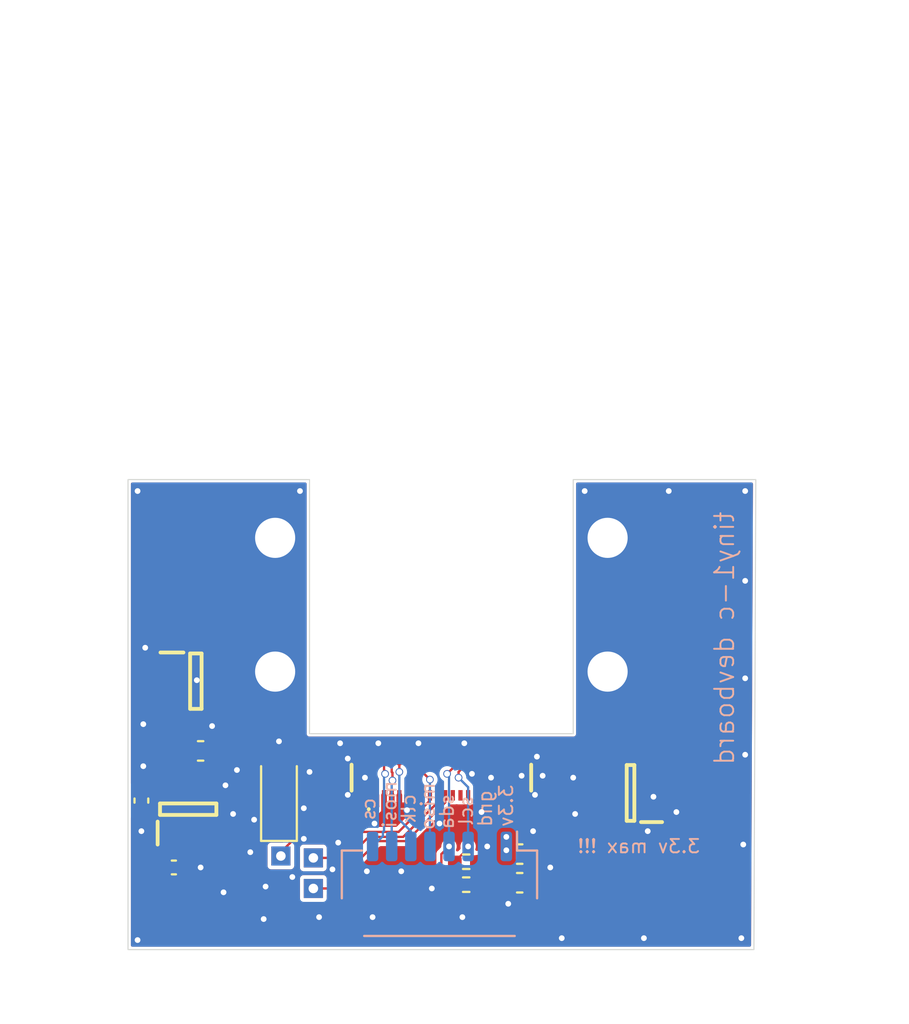
<source format=kicad_pcb>
(kicad_pcb (version 20241229) (generator "pcbnew") (generator_version "9.0")
  (layers (0 "F.Cu" signal) (2 "B.Cu" signal) (13 "F.Paste" user) (15 "B.Paste" user) (5 "F.SilkS" user "F.Silkscreen") (7 "B.SilkS" user "B.Silkscreen") (1 "F.Mask" user) (3 "B.Mask" user) (25 "Edge.Cuts" user))
  (net 0 "")
  (net 4 "GND")
  (net 9 "+5V")
  (net 11 "+3.3V")
  (net 12 "Net-(IC1-C+)")
  (net 13 "Net-(IC1-C-)")
  (net 14 "Net-(IC1-VOUT)")
  (net 15 "NRST")
  (net 16 "I2C_SDA")
  (net 17 "DAT11")
  (net 18 "SPI_CLK{slash}DAT15")
  (net 19 "RX0")
  (net 20 "PIXCLK")
  (net 21 "GPIO3")
  (net 22 "DAT8")
  (net 23 "TXO")
  (net 24 "DAT10")
  (net 25 "SPI_CS{slash}DAT14")
  (net 26 "GPIO1")
  (net 27 "I2C_SCL")
  (net 28 "SPI_MISO{slash}DAT12")
  (net 29 "HSYNC")
  (net 30 "GPIO2")
  (net 31 "VSYNC")
  (net 32 "SPI_MOSI{slash}DAT13")
  (net 33 "DAT9")
  (footprint "LP2981:SOT95P280X145-5N" (layer "F.Cu") (at 137.15 94.95)
    (property "Reference" "IC2" (hide yes))
    (property "Value" "LP2981-50DBVR" (hide yes))
    (fp_line (start -1.85 -1.5) (end -0.65 -1.5) (stroke (width 0.2)) (layer "F.SilkS"))
    (fp_line (start -0.3 -1.45) (end 0.3 -1.45) (stroke (width 0.2)) (layer "F.SilkS"))
    (fp_line (start -0.3 1.45) (end -0.3 -1.45) (stroke (width 0.2)) (layer "F.SilkS"))
    (fp_line (start 0.3 -1.45) (end 0.3 1.45) (stroke (width 0.2)) (layer "F.SilkS"))
    (fp_line (start 0.3 1.45) (end -0.3 1.45) (stroke (width 0.2)) (layer "F.SilkS"))
    (pad "1" smd rect (at -1.25 -0.95 90) (size 0.6 1.2) (layers "F.Cu" "F.Mask" "F.Paste") (net 14 "Net-(IC1-VOUT)"))
    (pad "2" smd rect (at -1.25 0 90) (size 0.6 1.2) (layers "F.Cu" "F.Mask" "F.Paste") (net 4 "GND"))
    (pad "3" smd rect (at -1.25 0.95 90) (size 0.6 1.2) (layers "F.Cu" "F.Mask" "F.Paste") (net 14 "Net-(IC1-VOUT)"))
    (pad "4" smd rect (at 1.25 0.95 90) (size 0.6 1.2) (layers "F.Cu" "F.Mask" "F.Paste"))
    (pad "5" smd rect (at 1.25 -0.95 90) (size 0.6 1.2) (layers "F.Cu" "F.Mask" "F.Paste") (net 9 "+5V"))
  )
  (footprint "breakout:1mmx1mm" (layer "F.Cu") (at 141.6 104.1)
    (property "Reference" "REF**" (hide yes))
    (property "Value" "1mmx1mm" (hide yes))
    (pad "1" thru_hole rect (at 0 0) (size 1 1) (drill 0.5) (layers "*.Cu" "*.Mask") (net 21 "GPIO3"))
  )
  (footprint "Resistor_SMD:R_0402_1005Metric_Pad0.72x0.64mm_HandSolder" (layer "F.Cu") (at 151.3 105.6 180)
    (property "Reference" "R2" (hide yes))
    (property "Value" "10k" (hide yes))
    (fp_line (start -0.167621 0.38) (end 0.167621 0.38) (stroke (width 0.12)) (layer "F.SilkS"))
    (fp_line (start -0.167621 -0.38) (end 0.167621 -0.38) (stroke (width 0.12)) (layer "F.SilkS"))
    (pad "1" smd roundrect (at -0.5975 0 180) (size 0.715 0.64) (layers "F.Cu" "F.Mask" "F.Paste") (net 11 "+3.3V"))
    (pad "2" smd roundrect (at 0.5975 0 180) (size 0.715 0.64) (layers "F.Cu" "F.Mask" "F.Paste") (net 16 "I2C_SDA"))
  )
  (footprint "" (layer "F.Cu") (at 158.7 94.45)
    (property "Reference" "" (at 0 0 0) (layer "F.SilkS") (effects (font (size 1.27 1.27))))
    (property "Value" "")
    (pad "1" thru_hole circle (at 0 0) (size 3 3) (drill 2.1) (layers "*.Cu" "*.Mask") (net 4 "GND"))
  )
  (footprint "" (layer "F.Cu") (at 141.3 94.45)
    (property "Reference" "" (at 0 0 0) (layer "F.SilkS") (effects (font (size 1.27 1.27))))
    (property "Value" "")
    (pad "1" thru_hole circle (at 0 0) (size 3 3) (drill 2.1) (layers "*.Cu" "*.Mask") (net 4 "GND"))
  )
  (footprint "Capacitor_SMD:C_0402_1005Metric" (layer "F.Cu") (at 136 104.7)
    (property "Reference" "C3" (hide yes))
    (property "Value" "4.7uF" (hide yes))
    (fp_line (start -0.107836 -0.36) (end 0.107836 -0.36) (stroke (width 0.12)) (layer "F.SilkS"))
    (fp_line (start -0.107836 0.36) (end 0.107836 0.36) (stroke (width 0.12)) (layer "F.SilkS"))
    (pad "1" smd roundrect (at -0.48 0) (size 0.56 0.62) (layers "F.Cu" "F.Mask" "F.Paste") (net 11 "+3.3V"))
    (pad "2" smd roundrect (at 0.48 0) (size 0.56 0.62) (layers "F.Cu" "F.Mask" "F.Paste") (net 4 "GND"))
  )
  (footprint "breakout:1mmx1mm" (layer "F.Cu") (at 143.3 104.2)
    (property "Reference" "REF**" (hide yes))
    (property "Value" "1mmx1mm" (hide yes))
    (pad "1" thru_hole rect (at 0 0) (size 1 1) (drill 0.5) (layers "*.Cu" "*.Mask") (net 30 "GPIO2"))
  )
  (footprint "Capacitor_Tantalum_SMD:CP_EIA-3216-18_Kemet-A" (layer "F.Cu") (at 141.5 101 90)
    (property "Reference" "C2" (hide yes))
    (property "Value" "10uF" (hide yes))
    (fp_line (start 1.6 -0.935) (end -2.31 -0.935) (stroke (width 0.12)) (layer "F.SilkS"))
    (fp_line (start -2.31 -0.935) (end -2.31 0.935) (stroke (width 0.12)) (layer "F.SilkS"))
    (fp_line (start -2.31 0.935) (end 1.6 0.935) (stroke (width 0.12)) (layer "F.SilkS"))
    (pad "1" smd roundrect (at -1.35 0 90) (size 1.4 1.35) (layers "F.Cu" "F.Mask" "F.Paste") (roundrect_rratio 0.185185) (net 9 "+5V"))
    (pad "2" smd roundrect (at 1.35 0 90) (size 1.4 1.35) (layers "F.Cu" "F.Mask" "F.Paste") (roundrect_rratio 0.185185) (net 4 "GND"))
  )
  (footprint "Capacitor_SMD:C_0603_1608Metric" (layer "F.Cu") (at 137.4 98.6)
    (property "Reference" "C5" (hide yes))
    (property "Value" "4.7uF" (hide yes))
    (fp_line (start -0.14058 -0.51) (end 0.14058 -0.51) (stroke (width 0.12)) (layer "F.SilkS"))
    (fp_line (start -0.14058 0.51) (end 0.14058 0.51) (stroke (width 0.12)) (layer "F.SilkS"))
    (pad "1" smd roundrect (at -0.775 0) (size 0.9 0.95) (layers "F.Cu" "F.Mask" "F.Paste") (net 14 "Net-(IC1-VOUT)"))
    (pad "2" smd roundrect (at 0.775 0) (size 0.9 0.95) (layers "F.Cu" "F.Mask" "F.Paste") (net 4 "GND"))
  )
  (footprint "Capacitor_SMD:C_0402_1005Metric" (layer "F.Cu") (at 134.3 101.2 90)
    (property "Reference" "C4" (hide yes))
    (property "Value" "4.7uF" (hide yes))
    (fp_line (start -0.107836 -0.36) (end 0.107836 -0.36) (stroke (width 0.12)) (layer "F.SilkS"))
    (fp_line (start -0.107836 0.36) (end 0.107836 0.36) (stroke (width 0.12)) (layer "F.SilkS"))
    (pad "1" smd roundrect (at -0.48 0 90) (size 0.56 0.62) (layers "F.Cu" "F.Mask" "F.Paste") (net 13 "Net-(IC1-C-)"))
    (pad "2" smd roundrect (at 0.48 0 90) (size 0.56 0.62) (layers "F.Cu" "F.Mask" "F.Paste") (net 12 "Net-(IC1-C+)"))
  )
  (footprint "" (layer "F.Cu") (at 158.7 87.45)
    (property "Reference" "" (at 0 0 0) (layer "F.SilkS") (effects (font (size 1.27 1.27))))
    (property "Value" "")
    (pad "1" thru_hole circle (at 0 0) (size 3 3) (drill 2.1) (layers "*.Cu" "*.Mask") (net 4 "GND"))
  )
  (footprint "Resistor_SMD:R_0402_1005Metric_Pad0.72x0.64mm_HandSolder" (layer "F.Cu") (at 151.3 104.4 180)
    (property "Reference" "R1" (hide yes))
    (property "Value" "10k" (hide yes))
    (fp_line (start -0.167621 0.38) (end 0.167621 0.38) (stroke (width 0.12)) (layer "F.SilkS"))
    (fp_line (start -0.167621 -0.38) (end 0.167621 -0.38) (stroke (width 0.12)) (layer "F.SilkS"))
    (pad "1" smd roundrect (at -0.5975 0 180) (size 0.715 0.64) (layers "F.Cu" "F.Mask" "F.Paste") (net 11 "+3.3V"))
    (pad "2" smd roundrect (at 0.5975 0 180) (size 0.715 0.64) (layers "F.Cu" "F.Mask" "F.Paste") (net 27 "I2C_SCL"))
  )
  (footprint "WP7B-P040VA1:WP7BP040VA1R8000" (layer "F.Cu") (at 150 100)
    (property "Reference" "J1" (hide yes))
    (property "Value" "WP7B-P040VA1-R8000" (hide yes))
    (fp_line (start -4.7 -0.68) (end -4.7 0.68) (stroke (width 0.2)) (layer "F.SilkS"))
    (fp_line (start -3.8 1.6) (end -3.8 1.6) (stroke (width 0.1)) (layer "F.SilkS"))
    (fp_line (start -3.8 1.7) (end -3.8 1.7) (stroke (width 0.1)) (layer "F.SilkS"))
    (fp_line (start 4.7 -0.68) (end 4.7 0.68) (stroke (width 0.2)) (layer "F.SilkS"))
    (fp_arc (start -3.8 1.6) (mid -3.75 1.65) (end -3.8 1.7) (stroke (width 0.1)) (layer "F.SilkS"))
    (fp_arc (start -3.8 1.7) (mid -3.85 1.65) (end -3.8 1.6) (stroke (width 0.1)) (layer "F.SilkS"))
    (pad "1" smd rect (at -3.8 0.925) (size 0.22 0.55) (layers "F.Cu" "F.Mask" "F.Paste") (net 9 "+5V"))
    (pad "2" smd rect (at -3.8 -0.925) (size 0.22 0.55) (layers "F.Cu" "F.Mask" "F.Paste") (net 24 "DAT10"))
    (pad "3" smd rect (at -3.4 0.925) (size 0.22 0.55) (layers "F.Cu" "F.Mask" "F.Paste") (net 9 "+5V"))
    (pad "4" smd rect (at -3.4 -0.925) (size 0.22 0.55) (layers "F.Cu" "F.Mask" "F.Paste") (net 33 "DAT9"))
    (pad "5" smd rect (at -3 0.925) (size 0.22 0.55) (layers "F.Cu" "F.Mask" "F.Paste") (net 4 "GND"))
    (pad "6" smd rect (at -3 -0.925) (size 0.22 0.55) (layers "F.Cu" "F.Mask" "F.Paste") (net 25 "SPI_CS{slash}DAT14"))
    (pad "7" smd rect (at -2.6 0.925) (size 0.22 0.55) (layers "F.Cu" "F.Mask" "F.Paste") (net 4 "GND"))
    (pad "8" smd rect (at -2.6 -0.925) (size 0.22 0.55) (layers "F.Cu" "F.Mask" "F.Paste") (net 32 "SPI_MOSI{slash}DAT13"))
    (pad "9" smd rect (at -2.2 0.925) (size 0.22 0.55) (layers "F.Cu" "F.Mask" "F.Paste") (net 4 "GND"))
    (pad "10" smd rect (at -2.2 -0.925) (size 0.22 0.55) (layers "F.Cu" "F.Mask" "F.Paste") (net 18 "SPI_CLK{slash}DAT15"))
    (pad "11" smd rect (at -1.8 0.925) (size 0.22 0.55) (layers "F.Cu" "F.Mask" "F.Paste") (net 4 "GND"))
    (pad "12" smd rect (at -1.8 -0.925) (size 0.22 0.55) (layers "F.Cu" "F.Mask" "F.Paste") (net 17 "DAT11"))
    (pad "13" smd rect (at -1.4 0.925) (size 0.22 0.55) (layers "F.Cu" "F.Mask" "F.Paste") (net 19 "RX0"))
    (pad "14" smd rect (at -1.4 -0.925) (size 0.22 0.55) (layers "F.Cu" "F.Mask" "F.Paste") (net 28 "SPI_MISO{slash}DAT12"))
    (pad "15" smd rect (at -1 0.925) (size 0.22 0.55) (layers "F.Cu" "F.Mask" "F.Paste") (net 23 "TXO"))
    (pad "16" smd rect (at -1 -0.925) (size 0.22 0.55) (layers "F.Cu" "F.Mask" "F.Paste") (net 20 "PIXCLK"))
    (pad "17" smd rect (at -0.6 0.925) (size 0.22 0.55) (layers "F.Cu" "F.Mask" "F.Paste") (net 21 "GPIO3"))
    (pad "18" smd rect (at -0.6 -0.925) (size 0.22 0.55) (layers "F.Cu" "F.Mask" "F.Paste") (net 22 "DAT8"))
    (pad "19" smd rect (at -0.2 0.925) (size 0.22 0.55) (layers "F.Cu" "F.Mask" "F.Paste") (net 30 "GPIO2"))
    (pad "20" smd rect (at -0.2 -0.925) (size 0.22 0.55) (layers "F.Cu" "F.Mask" "F.Paste") (net 31 "VSYNC"))
    (pad "21" smd rect (at 0.2 0.925) (size 0.22 0.55) (layers "F.Cu" "F.Mask" "F.Paste") (net 26 "GPIO1"))
    (pad "22" smd rect (at 0.2 -0.925) (size 0.22 0.55) (layers "F.Cu" "F.Mask" "F.Paste") (net 29 "HSYNC"))
    (pad "23" smd rect (at 0.6 0.925) (size 0.22 0.55) (layers "F.Cu" "F.Mask" "F.Paste"))
    (pad "24" smd rect (at 0.6 -0.925) (size 0.22 0.55) (layers "F.Cu" "F.Mask" "F.Paste") (net 16 "I2C_SDA"))
    (pad "25" smd rect (at 1 0.925) (size 0.22 0.55) (layers "F.Cu" "F.Mask" "F.Paste"))
    (pad "26" smd rect (at 1 -0.925) (size 0.22 0.55) (layers "F.Cu" "F.Mask" "F.Paste") (net 27 "I2C_SCL"))
    (pad "27" smd rect (at 1.4 0.925) (size 0.22 0.55) (layers "F.Cu" "F.Mask" "F.Paste"))
    (pad "28" smd rect (at 1.4 -0.925) (size 0.22 0.55) (layers "F.Cu" "F.Mask" "F.Paste") (net 4 "GND"))
    (pad "29" smd rect (at 1.8 0.925) (size 0.22 0.55) (layers "F.Cu" "F.Mask" "F.Paste"))
    (pad "30" smd rect (at 1.8 -0.925) (size 0.22 0.55) (layers "F.Cu" "F.Mask" "F.Paste") (net 15 "NRST"))
    (pad "31" smd rect (at 2.2 0.925) (size 0.22 0.55) (layers "F.Cu" "F.Mask" "F.Paste"))
    (pad "32" smd rect (at 2.2 -0.925) (size 0.22 0.55) (layers "F.Cu" "F.Mask" "F.Paste") (net 4 "GND"))
    (pad "33" smd rect (at 2.6 0.925) (size 0.22 0.55) (layers "F.Cu" "F.Mask" "F.Paste"))
    (pad "34" smd rect (at 2.6 -0.925) (size 0.22 0.55) (layers "F.Cu" "F.Mask" "F.Paste"))
    (pad "35" smd rect (at 3 0.925) (size 0.22 0.55) (layers "F.Cu" "F.Mask" "F.Paste") (net 11 "+3.3V"))
    (pad "36" smd rect (at 3 -0.925) (size 0.22 0.55) (layers "F.Cu" "F.Mask" "F.Paste") (net 4 "GND"))
    (pad "37" smd rect (at 3.4 0.925) (size 0.22 0.55) (layers "F.Cu" "F.Mask" "F.Paste") (net 11 "+3.3V"))
    (pad "38" smd rect (at 3.4 -0.925) (size 0.22 0.55) (layers "F.Cu" "F.Mask" "F.Paste") (net 11 "+3.3V"))
    (pad "39" smd rect (at 3.8 0.925) (size 0.22 0.55) (layers "F.Cu" "F.Mask" "F.Paste") (net 11 "+3.3V"))
    (pad "40" smd rect (at 3.8 -0.925) (size 0.22 0.55) (layers "F.Cu" "F.Mask" "F.Paste") (net 4 "GND"))
    (pad "41" smd rect (at -4.2 0.925) (size 0.22 0.55) (layers "F.Cu" "F.Mask" "F.Paste") (net 4 "GND"))
    (pad "42" smd rect (at -4.2 -0.925) (size 0.22 0.55) (layers "F.Cu" "F.Mask" "F.Paste") (net 4 "GND"))
    (pad "43" smd rect (at 4.2 0.925) (size 0.22 0.55) (layers "F.Cu" "F.Mask" "F.Paste") (net 4 "GND"))
    (pad "44" smd rect (at 4.2 -0.925) (size 0.22 0.55) (layers "F.Cu" "F.Mask" "F.Paste") (net 4 "GND"))
  )
  (footprint "TC1240:SOT95P280X145-6N" (layer "F.Cu") (at 136.75 101.65 90)
    (property "Reference" "IC1" (hide yes))
    (property "Value" "TC1240AECHTR" (hide yes))
    (fp_line (start -1.85 -1.6) (end -0.65 -1.6) (stroke (width 0.2)) (layer "F.SilkS"))
    (fp_line (start 0.3 -1.475) (end 0.3 1.475) (stroke (width 0.2)) (layer "F.SilkS"))
    (fp_line (start -0.3 -1.475) (end 0.3 -1.475) (stroke (width 0.2)) (layer "F.SilkS"))
    (fp_line (start 0.3 1.475) (end -0.3 1.475) (stroke (width 0.2)) (layer "F.SilkS"))
    (fp_line (start -0.3 1.475) (end -0.3 -1.475) (stroke (width 0.2)) (layer "F.SilkS"))
    (pad "1" smd rect (at -1.25 -0.95 180) (size 0.6 1.2) (layers "F.Cu" "F.Mask" "F.Paste") (net 11 "+3.3V"))
    (pad "2" smd rect (at -1.25 0 180) (size 0.6 1.2) (layers "F.Cu" "F.Mask" "F.Paste") (net 4 "GND"))
    (pad "3" smd rect (at -1.25 0.95 180) (size 0.6 1.2) (layers "F.Cu" "F.Mask" "F.Paste") (net 13 "Net-(IC1-C-)"))
    (pad "4" smd rect (at 1.25 0.95 180) (size 0.6 1.2) (layers "F.Cu" "F.Mask" "F.Paste") (net 4 "GND"))
    (pad "5" smd rect (at 1.25 0 180) (size 0.6 1.2) (layers "F.Cu" "F.Mask" "F.Paste") (net 14 "Net-(IC1-VOUT)"))
    (pad "6" smd rect (at 1.25 -0.95 180) (size 0.6 1.2) (layers "F.Cu" "F.Mask" "F.Paste") (net 12 "Net-(IC1-C+)"))
  )
  (footprint "breakout:1mmx1mm" (layer "F.Cu") (at 143.3 105.8)
    (property "Reference" "REF**" (hide yes))
    (property "Value" "1mmx1mm" (hide yes))
    (pad "1" thru_hole rect (at 0 0) (size 1 1) (drill 0.5) (layers "*.Cu" "*.Mask") (net 26 "GPIO1"))
  )
  (footprint "Capacitor_SMD:C_0603_1608Metric" (layer "F.Cu") (at 154.1 104)
    (property "Reference" "C1" (hide yes))
    (property "Value" "20uF" (hide yes))
    (fp_line (start -0.14058 -0.51) (end 0.14058 -0.51) (stroke (width 0.12)) (layer "F.SilkS"))
    (fp_line (start -0.14058 0.51) (end 0.14058 0.51) (stroke (width 0.12)) (layer "F.SilkS"))
    (pad "1" smd roundrect (at -0.775 0) (size 0.9 0.95) (layers "F.Cu" "F.Mask" "F.Paste") (net 11 "+3.3V"))
    (pad "2" smd roundrect (at 0.775 0) (size 0.9 0.95) (layers "F.Cu" "F.Mask" "F.Paste") (net 4 "GND"))
  )
  (footprint "MIC803:SOT95P237X111-3N" (layer "F.Cu") (at 159.9 100.8 180)
    (property "Reference" "IC3" (hide yes))
    (property "Value" "MIC803-30D2VM3-TR" (hide yes))
    (fp_line (start 0.2 1.46) (end -0.2 1.46) (stroke (width 0.2)) (layer "F.SilkS"))
    (fp_line (start 0.2 -1.46) (end 0.2 1.46) (stroke (width 0.2)) (layer "F.SilkS"))
    (fp_line (start -0.2 1.46) (end -0.2 -1.46) (stroke (width 0.2)) (layer "F.SilkS"))
    (fp_line (start -0.2 -1.46) (end 0.2 -1.46) (stroke (width 0.2)) (layer "F.SilkS"))
    (fp_line (start -1.65 -1.525) (end -0.55 -1.525) (stroke (width 0.2)) (layer "F.SilkS"))
    (pad "1" smd rect (at -1.1 -0.95 270) (size 0.65 1.1) (layers "F.Cu" "F.Mask" "F.Paste") (net 4 "GND"))
    (pad "2" smd rect (at -1.1 0.95 270) (size 0.65 1.1) (layers "F.Cu" "F.Mask" "F.Paste") (net 15 "NRST"))
    (pad "3" smd rect (at 1.1 0 270) (size 0.65 1.1) (layers "F.Cu" "F.Mask" "F.Paste") (net 11 "+3.3V"))
  )
  (footprint "Capacitor_SMD:C_0603_1608Metric" (layer "F.Cu") (at 154.1 105.5)
    (property "Reference" "C6" (hide yes))
    (property "Value" "20uF" (hide yes))
    (fp_line (start -0.14058 -0.51) (end 0.14058 -0.51) (stroke (width 0.12)) (layer "F.SilkS"))
    (fp_line (start -0.14058 0.51) (end 0.14058 0.51) (stroke (width 0.12)) (layer "F.SilkS"))
    (pad "1" smd roundrect (at -0.775 0) (size 0.9 0.95) (layers "F.Cu" "F.Mask" "F.Paste") (net 11 "+3.3V"))
    (pad "2" smd roundrect (at 0.775 0) (size 0.9 0.95) (layers "F.Cu" "F.Mask" "F.Paste") (net 4 "GND"))
  )
  (footprint "" (layer "F.Cu") (at 141.3 87.45)
    (property "Reference" "" (at 0 0 0) (layer "F.SilkS") (effects (font (size 1.27 1.27))))
    (property "Value" "")
    (pad "1" thru_hole circle (at 0 0) (size 3 3) (drill 2.1) (layers "*.Cu" "*.Mask") (net 4 "GND"))
  )
  (footprint "Connector_JST:JST_SH_SM08B-SRSS-TB_1x08-1MP_P1.00mm_Horizontal" (layer "B.Cu") (at 149.9 105.6 180)
    (property "Reference" "J2" (hide yes))
    (property "Value" "Conn_01x08_Pin" (hide yes))
    (fp_line (start 5.11 1.785) (end 4.06 1.785) (stroke (width 0.12)) (layer "B.SilkS"))
    (fp_line (start 5.11 -0.715) (end 5.11 1.785) (stroke (width 0.12)) (layer "B.SilkS"))
    (fp_line (start -3.94 -2.685) (end 3.94 -2.685) (stroke (width 0.12)) (layer "B.SilkS"))
    (fp_line (start -4.06 1.785) (end -4.06 2.775) (stroke (width 0.12)) (layer "B.SilkS"))
    (fp_line (start -5.11 1.785) (end -4.06 1.785) (stroke (width 0.12)) (layer "B.SilkS"))
    (fp_line (start -5.11 -0.715) (end -5.11 1.785) (stroke (width 0.12)) (layer "B.SilkS"))
    (pad "1" smd roundrect (at -3.5 2 180) (size 0.6 1.55) (layers "B.Cu" "B.Mask" "B.Paste") (net 11 "+3.3V"))
    (pad "2" smd roundrect (at -2.5 2 180) (size 0.6 1.55) (layers "B.Cu" "B.Mask" "B.Paste") (net 4 "GND"))
    (pad "3" smd roundrect (at -1.5 2 180) (size 0.6 1.55) (layers "B.Cu" "B.Mask" "B.Paste") (net 27 "I2C_SCL"))
    (pad "4" smd roundrect (at -0.5 2 180) (size 0.6 1.55) (layers "B.Cu" "B.Mask" "B.Paste") (net 16 "I2C_SDA"))
    (pad "5" smd roundrect (at 0.5 2 180) (size 0.6 1.55) (layers "B.Cu" "B.Mask" "B.Paste") (net 28 "SPI_MISO{slash}DAT12"))
    (pad "6" smd roundrect (at 1.5 2 180) (size 0.6 1.55) (layers "B.Cu" "B.Mask" "B.Paste") (net 18 "SPI_CLK{slash}DAT15"))
    (pad "7" smd roundrect (at 2.5 2 180) (size 0.6 1.55) (layers "B.Cu" "B.Mask" "B.Paste") (net 32 "SPI_MOSI{slash}DAT13"))
    (pad "8" smd roundrect (at 3.5 2 180) (size 0.6 1.55) (layers "B.Cu" "B.Mask" "B.Paste") (net 25 "SPI_CS{slash}DAT14"))
    (pad "MP" smd roundrect (at -4.8 -1.875 180) (size 1.2 1.8) (layers "B.Cu" "B.Mask" "B.Paste") (roundrect_rratio 0.208333) (net 4 "GND"))
    (pad "MP" smd roundrect (at 4.8 -1.875 180) (size 1.2 1.8) (layers "B.Cu" "B.Mask" "B.Paste") (roundrect_rratio 0.208333) (net 4 "GND"))
  )
  (gr_poly (pts (xy 143.1 84.4) (xy 133.6 84.4) (xy 133.6 109) (xy 166.358108 109) (xy 166.458086 84.4) (xy 156.9 84.4) (xy 156.9 97.7) (xy 143.1 97.7)) (stroke (width 0.05)) (fill no) (layer "Edge.Cuts"))
  (gr_text "tiny1-c devboard" (at 165.4 86 90) (layer "B.SilkS") (effects (font (size 1 1) (thickness 0.1)) (justify left bottom mirror)))
  (gr_text "3.3v max !!!" (at 163.6 104 0) (layer "B.SilkS") (effects (font (size 0.7 0.7) (thickness 0.1)) (justify left bottom mirror)))
  (gr_text "scl" (at 151.7 100.9 90) (layer "B.SilkS") (effects (font (size 0.7 0.7) (thickness 0.1)) (justify left bottom mirror)))
  (gr_text "gnd" (at 152.7 100.6 90) (layer "B.SilkS") (effects (font (size 0.7 0.7) (thickness 0.1)) (justify left bottom mirror)))
  (gr_text "miso" (at 149.7 100.2 90) (layer "B.SilkS") (effects (font (size 0.7 0.7) (thickness 0.1)) (justify left bottom mirror)))
  (gr_text "3.3v" (at 153.8 100.3 90) (layer "B.SilkS") (effects (font (size 0.7 0.7) (thickness 0.1)) (justify left bottom mirror)))
  (gr_text "sda" (at 150.7 100.8 90) (layer "B.SilkS") (effects (font (size 0.7 0.7) (thickness 0.1)) (justify left bottom mirror)))
  (gr_text "cs" (at 146.6 101 90) (layer "B.SilkS") (effects (font (size 0.7 0.7) (thickness 0.1)) (justify left bottom mirror)))
  (gr_text "mosi" (at 147.7 100.1 90) (layer "B.SilkS") (effects (font (size 0.7 0.7) (thickness 0.1)) (justify left bottom mirror)))
  (gr_text "clk" (at 148.7 100.8 90) (layer "B.SilkS") (effects (font (size 0.7 0.7) (thickness 0.1)) (justify left bottom mirror)))
  (segment (start 147 100.925) (end 147 101.9) (width 0.3) (layer "F.Cu") (net 4))
  (segment (start 145.8 100.925) (end 145.8 101.6) (width 0.3) (layer "F.Cu") (net 4))
  (segment (start 145.8 100.2) (end 146 100) (width 0.3) (layer "F.Cu") (net 4))
  (segment (start 154.2 99.075) (end 154.2 98.611) (width 0.3) (layer "F.Cu") (net 4))
  (segment (start 154.2 101.299) (end 154.899 101.299) (width 0.3) (layer "F.Cu") (net 4))
  (segment (start 148.2 101.7) (end 148.2 101.9) (width 0.3) (layer "F.Cu") (net 4))
  (segment (start 152.05 99.8) (end 151.6 99.8) (width 0.3) (layer "F.Cu") (net 4))
  (segment (start 148.2 100.925) (end 148.2 101.7) (width 0.3) (layer "F.Cu") (net 4))
  (segment (start 145.1 100.9) (end 145.8 101.6) (width 0.3) (layer "F.Cu") (net 4))
  (segment (start 153.8 99.075) (end 153.8 99.5) (width 0.3) (layer "F.Cu") (net 4))
  (segment (start 145.8 99.8) (end 146 100) (width 0.3) (layer "F.Cu") (net 4))
  (segment (start 145.1 99) (end 145.8 98.3) (width 0.3) (layer "F.Cu") (net 4))
  (segment (start 154.899 101.299) (end 154.9 101.3) (width 0.3) (layer "F.Cu") (net 4))
  (segment (start 145.8 100.925) (end 145.8 100.2) (width 0.3) (layer "F.Cu") (net 4))
  (segment (start 151.4 99.075) (end 151.4 99.6) (width 0.3) (layer "F.Cu") (net 4))
  (segment (start 153 99.6) (end 153 99.075) (width 0.3) (layer "F.Cu") (net 4))
  (segment (start 154.2 98.611) (end 154.711 98.611) (width 0.3) (layer "F.Cu") (net 4))
  (segment (start 147.8 100.925) (end 147.8 101.9) (width 0.3) (layer "F.Cu") (net 4))
  (segment (start 154.2 99.9) (end 154.2 99.075) (width 0.3) (layer "F.Cu") (net 4))
  (segment (start 147.4 100.925) (end 147.4 101.9) (width 0.3) (layer "F.Cu") (net 4))
  (segment (start 152.6 100) (end 153 99.6) (width 0.3) (layer "F.Cu") (net 4))
  (segment (start 152.2 99.65) (end 152.05 99.8) (width 0.3) (layer "F.Cu") (net 4))
  (segment (start 154.2 100.925) (end 154.2 101.299) (width 0.3) (layer "F.Cu") (net 4))
  (segment (start 151.4 99.6) (end 151.6 99.8) (width 0.3) (layer "F.Cu") (net 4))
  (segment (start 147 101.9) (end 148.2 101.9) (width 0.3) (layer "F.Cu") (net 4))
  (segment (start 152.2 99.075) (end 152.2 99.65) (width 0.3) (layer "F.Cu") (net 4))
  (segment (start 154.711 98.611) (end 155 98.9) (width 0.3) (layer "F.Cu") (net 4))
  (segment (start 153.8 99.5) (end 154.2 99.9) (width 0.3) (layer "F.Cu") (net 4))
  (segment (start 154.9 101.3) (end 154.9 100.9) (width 0.3) (layer "F.Cu") (net 4))
  (segment (start 145.8 99.075) (end 145.8 99.8) (width 0.3) (layer "F.Cu") (net 4))
  (segment (start 145.8 99.075) (end 145.8 98.3) (width 0.3) (layer "F.Cu") (net 4))
  (via (at 153.5 106.6) (size 0.4) (drill 0.3) (layers "F.Cu" "B.Cu") (net 4))
  (via (at 165.9 85) (size 0.4) (drill 0.3) (layers "F.Cu" "B.Cu") (net 4))
  (via (at 154.9 100.9) (size 0.4) (drill 0.3) (layers "F.Cu" "B.Cu") (net 4))
  (via (at 165.7 108.4) (size 0.4) (drill 0.3) (layers "F.Cu" "B.Cu") (net 4))
  (via (at 140.2 102.2) (size 0.4) (drill 0.3) (layers "F.Cu" "B.Cu") (net 4))
  (via (at 134.4 97.2) (size 0.4) (drill 0.3) (layers "F.Cu" "B.Cu") (net 4))
  (via (at 146.4 107.3) (size 0.4) (drill 0.3) (layers "F.Cu" "B.Cu") (net 4))
  (via (at 149.9 102.4) (size 0.4) (drill 0.3) (layers "F.Cu" "B.Cu") (net 4))
  (via (at 144.3 104.8) (size 0.4) (drill 0.3) (layers "F.Cu" "B.Cu") (net 4))
  (via (at 134.1 85) (size 0.4) (drill 0.3) (layers "F.Cu" "B.Cu") (net 4))
  (via (at 138.6 106) (size 0.4) (drill 0.3) (layers "F.Cu" "B.Cu") (net 4))
  (via (at 137.2 94.9) (size 0.4) (drill 0.3) (layers "F.Cu" "B.Cu") (net 4))
  (via (at 152.1 101.8) (size 0.4) (drill 0.3) (layers "F.Cu" "B.Cu") (net 4))
  (via (at 140.7 107.4) (size 0.4) (drill 0.3) (layers "F.Cu" "B.Cu") (net 4))
  (via (at 157.5 85) (size 0.4) (drill 0.3) (layers "F.Cu" "B.Cu") (net 4))
  (via (at 165.9 94.8) (size 0.4) (drill 0.3) (layers "F.Cu" "B.Cu") (net 4))
  (via (at 134.3 102.8) (size 0.4) (drill 0.3) (layers "F.Cu" "B.Cu") (net 4))
  (via (at 146.1 104.9) (size 0.4) (drill 0.3) (layers "F.Cu" "B.Cu") (net 4))
  (via (at 146 100) (size 0.4) (drill 0.3) (layers "F.Cu" "B.Cu") (net 4))
  (via (at 139.3 99.6) (size 0.4) (drill 0.3) (layers "F.Cu" "B.Cu") (net 4))
  (via (at 154.2 99.9) (size 0.4) (drill 0.3) (layers "F.Cu" "B.Cu") (net 4))
  (via (at 147.9 104.9) (size 0.4) (drill 0.3) (layers "F.Cu" "B.Cu") (net 4))
  (via (at 161.9 85) (size 0.4) (drill 0.3) (layers "F.Cu" "B.Cu") (net 4))
  (via (at 134.4 99.4) (size 0.4) (drill 0.3) (layers "F.Cu" "B.Cu") (net 4))
  (via (at 151.2 98.2) (size 0.4) (drill 0.3) (layers "F.Cu" "B.Cu") (net 4))
  (via (at 139.1 101.9) (size 0.4) (drill 0.3) (layers "F.Cu" "B.Cu") (net 4))
  (via (at 142.6 85) (size 0.4) (drill 0.3) (layers "F.Cu" "B.Cu") (net 4))
  (via (at 156.9 100) (size 0.4) (drill 0.3) (layers "F.Cu" "B.Cu") (net 4))
  (via (at 157 101.9) (size 0.4) (drill 0.3) (layers "F.Cu" "B.Cu") (net 4))
  (via (at 142.8 103.2) (size 0.4) (drill 0.3) (layers "F.Cu" "B.Cu") (net 4))
  (via (at 141.5 98.1) (size 0.4) (drill 0.3) (layers "F.Cu" "B.Cu") (net 4))
  (via (at 144.6 103.4) (size 0.4) (drill 0.3) (layers "F.Cu" "B.Cu") (net 4))
  (via (at 146.7 98.2) (size 0.4) (drill 0.3) (layers "F.Cu" "B.Cu") (net 4))
  (via (at 138.7 100.4) (size 0.4) (drill 0.3) (layers "F.Cu" "B.Cu") (net 4))
  (via (at 134.1 108.5) (size 0.4) (drill 0.3) (layers "F.Cu" "B.Cu") (net 4))
  (via (at 140 103.9) (size 0.4) (drill 0.3) (layers "F.Cu" "B.Cu") (net 4))
  (via (at 165.9 98.8) (size 0.4) (drill 0.3) (layers "F.Cu" "B.Cu") (net 4))
  (via (at 143.6 107.3) (size 0.4) (drill 0.3) (layers "F.Cu" "B.Cu") (net 4))
  (via (at 142.8 101.6) (size 0.4) (drill 0.3) (layers "F.Cu" "B.Cu") (net 4))
  (via (at 145.1 100.9) (size 0.4) (drill 0.3) (layers "F.Cu" "B.Cu") (net 4))
  (via (at 151.1 107.3) (size 0.4) (drill 0.3) (layers "F.Cu" "B.Cu") (net 4))
  (via (at 155.7 104.7) (size 0.4) (drill 0.3) (layers "F.Cu" "B.Cu") (net 4))
  (via (at 143.1 99.7) (size 0.4) (drill 0.3) (layers "F.Cu" "B.Cu") (net 4))
  (via (at 152.4 103.6) (size 0.4) (drill 0.3) (layers "F.Cu" "B.Cu") (net 4))
  (via (at 140.8 105.7) (size 0.4) (drill 0.3) (layers "F.Cu" "B.Cu") (net 4))
  (via (at 162.3 101.8) (size 0.4) (drill 0.3) (layers "F.Cu" "B.Cu") (net 4))
  (via (at 148.2 101.7) (size 0.4) (drill 0.3) (layers "F.Cu" "B.Cu") (net 4))
  (via (at 160.6 108.4) (size 0.4) (drill 0.3) (layers "F.Cu" "B.Cu") (net 4))
  (via (at 144.7 98.2) (size 0.4) (drill 0.3) (layers "F.Cu" "B.Cu") (net 4))
  (via (at 137.4 104.7) (size 0.4) (drill 0.3) (layers "F.Cu" "B.Cu") (net 4))
  (via (at 161.1 101) (size 0.4) (drill 0.3) (layers "F.Cu" "B.Cu") (net 4))
  (via (at 165.9 89.7) (size 0.4) (drill 0.3) (layers "F.Cu" "B.Cu") (net 4))
  (via (at 154.8 102.8) (size 0.4) (drill 0.3) (layers "F.Cu" "B.Cu") (net 4))
  (via (at 156.3 108.4) (size 0.4) (drill 0.3) (layers "F.Cu" "B.Cu") (net 4))
  (via (at 149.5 105.8) (size 0.4) (drill 0.3) (layers "F.Cu" "B.Cu") (net 4))
  (via (at 165.8 103.5) (size 0.4) (drill 0.3) (layers "F.Cu" "B.Cu") (net 4))
  (via (at 142.2 105.2) (size 0.4) (drill 0.3) (layers "F.Cu" "B.Cu") (net 4))
  (via (at 134.5 93.2) (size 0.4) (drill 0.3) (layers "F.Cu" "B.Cu") (net 4))
  (via (at 155 98.9) (size 0.4) (drill 0.3) (layers "F.Cu" "B.Cu") (net 4))
  (via (at 160.8 102.8) (size 0.4) (drill 0.3) (layers "F.Cu" "B.Cu") (net 4))
  (via (at 148.8 98.2) (size 0.4) (drill 0.3) (layers "F.Cu" "B.Cu") (net 4))
  (via (at 155.3 99.9) (size 0.4) (drill 0.3) (layers "F.Cu" "B.Cu") (net 4))
  (via (at 146.5 102.4) (size 0.4) (drill 0.3) (layers "F.Cu" "B.Cu") (net 4))
  (via (at 152.6 100) (size 0.4) (drill 0.3) (layers "F.Cu" "B.Cu") (net 4))
  (via (at 138 97.3) (size 0.4) (drill 0.3) (layers "F.Cu" "B.Cu") (net 4))
  (via (at 145.1 99) (size 0.4) (drill 0.3) (layers "F.Cu" "B.Cu") (net 4))
  (via (at 151.6 99.8) (size 0.4) (drill 0.3) (layers "F.Cu" "B.Cu") (net 4))
  (segment (start 146.6 100.925) (end 146.6 101.5) (width 0.3) (layer "F.Cu") (net 9))
  (segment (start 138.4 94) (end 138.4 94.3) (width 0.3) (layer "F.Cu") (net 9))
  (segment (start 138.4 94.3) (end 139.9 95.8) (width 0.3) (layer "F.Cu") (net 9))
  (segment (start 146.2 101.9) (end 145.75 102.35) (width 0.3) (layer "F.Cu") (net 9))
  (segment (start 139.9 95.8) (end 139.9 100.75) (width 0.3) (layer "F.Cu") (net 9))
  (segment (start 146.2 100.925) (end 146.2 101.9) (width 0.3) (layer "F.Cu") (net 9))
  (segment (start 145.75 102.35) (end 141.5 102.35) (width 0.3) (layer "F.Cu") (net 9))
  (segment (start 139.9 100.75) (end 141.5 102.35) (width 0.3) (layer "F.Cu") (net 9))
  (segment (start 146.6 101.5) (end 145.75 102.35) (width 0.3) (layer "F.Cu") (net 9))
  (segment (start 135.8 102.9) (end 135.8 103.9) (width 0.3) (layer "F.Cu") (net 11))
  (segment (start 156.1 100.8) (end 155.2 101.7) (width 0.3) (layer "F.Cu") (net 11))
  (segment (start 137.951 104.051) (end 140.7 106.8) (width 0.3) (layer "F.Cu") (net 11))
  (segment (start 153.4 100.925) (end 153.4 102.1) (width 0.3) (layer "F.Cu") (net 11))
  (segment (start 153 101.7) (end 153 100.925) (width 0.3) (layer "F.Cu") (net 11))
  (segment (start 135.8 103.9) (end 135.8 104.42) (width 0.3) (layer "F.Cu") (net 11))
  (segment (start 153.8 101.7) (end 153.4 102.1) (width 0.3) (layer "F.Cu") (net 11))
  (segment (start 140.7 106.8) (end 151.2 106.8) (width 0.3) (layer "F.Cu") (net 11))
  (segment (start 151.8975 106.1025) (end 151.8975 105.6) (width 0.3) (layer "F.Cu") (net 11))
  (segment (start 153.4 100.925) (end 153.4 99.075) (width 0.25) (layer "F.Cu") (net 11))
  (segment (start 151.2 106.8) (end 151.8975 106.1025) (width 0.3) (layer "F.Cu") (net 11))
  (segment (start 135.951 104.051) (end 137.951 104.051) (width 0.3) (layer "F.Cu") (net 11))
  (segment (start 153.4 102.1) (end 153 101.7) (width 0.3) (layer "F.Cu") (net 11))
  (segment (start 135.8 104.42) (end 135.52 104.7) (width 0.3) (layer "F.Cu") (net 11))
  (segment (start 155.2 101.7) (end 153.8 101.7) (width 0.3) (layer "F.Cu") (net 11))
  (segment (start 158.8 100.8) (end 156.1 100.8) (width 0.3) (layer "F.Cu") (net 11))
  (segment (start 135.8 103.9) (end 135.951 104.051) (width 0.3) (layer "F.Cu") (net 11))
  (segment (start 153.8 100.925) (end 153.8 101.7) (width 0.3) (layer "F.Cu") (net 11))
  (via (at 153.4 103.8) (size 0.4) (drill 0.3) (layers "F.Cu" "B.Cu") (net 11))
  (via (at 153.4 103.1) (size 0.4) (drill 0.3) (layers "F.Cu" "B.Cu") (net 11))
  (segment (start 135.48 100.72) (end 135.8 100.4) (width 0.3) (layer "F.Cu") (net 12))
  (segment (start 134.3 100.72) (end 135.48 100.72) (width 0.3) (layer "F.Cu") (net 12))
  (segment (start 137.7 102) (end 137.7 102.9) (width 0.3) (layer "F.Cu") (net 13))
  (segment (start 137.38 101.68) (end 137.7 102) (width 0.3) (layer "F.Cu") (net 13))
  (segment (start 134.3 101.68) (end 137.38 101.68) (width 0.3) (layer "F.Cu") (net 13))
  (segment (start 151.8 99.075) (end 151.8 98.68) (width 0.12) (layer "F.Cu") (net 15))
  (segment (start 151.8 98.68) (end 152.18 98.3) (width 0.12) (layer "F.Cu") (net 15))
  (segment (start 157.85 99.85) (end 161 99.85) (width 0.12) (layer "F.Cu") (net 15))
  (segment (start 152.18 98.3) (end 156.3 98.3) (width 0.12) (layer "F.Cu") (net 15))
  (segment (start 156.3 98.3) (end 157.85 99.85) (width 0.12) (layer "F.Cu") (net 15))
  (segment (start 150 104.8975) (end 150 104) (width 0.12) (layer "F.Cu") (net 16))
  (segment (start 150 104) (end 150.4 103.6) (width 0.12) (layer "F.Cu") (net 16))
  (segment (start 150.3 99.8) (end 150.6 99.5) (width 0.12) (layer "F.Cu") (net 16))
  (segment (start 150.6 99.5) (end 150.6 99.075) (width 0.12) (layer "F.Cu") (net 16))
  (segment (start 150.7025 105.6) (end 150 104.8975) (width 0.12) (layer "F.Cu") (net 16))
  (via (at 150.4 103.6) (size 0.4) (drill 0.3) (layers "F.Cu" "B.Cu") (net 16))
  (via (at 150.3 99.8) (size 0.4) (drill 0.3) (layers "F.Cu" "B.Cu") (net 16))
  (segment (start 150.3 99.8) (end 150.4 99.9) (width 0.12) (layer "B.Cu") (net 16))
  (segment (start 150.4 99.9) (end 150.4 103.6) (width 0.12) (layer "B.Cu") (net 16))
  (segment (start 147.8 99.7) (end 147.8 99.075) (width 0.12) (layer "F.Cu") (net 18))
  (via (at 147.8 99.7) (size 0.4) (drill 0.3) (layers "F.Cu" "B.Cu") (net 18))
  (segment (start 147.8 102.2) (end 148.4 102.8) (width 0.12) (layer "B.Cu") (net 18))
  (segment (start 148.4 102.8) (end 148.4 103.6) (width 0.12) (layer "B.Cu") (net 18))
  (segment (start 147.8 99.7) (end 147.8 102.2) (width 0.12) (layer "B.Cu") (net 18))
  (segment (start 142.650468 102.839) (end 142.3 103.189468) (width 0.12) (layer "F.Cu") (net 21))
  (segment (start 149.4 101.2) (end 147.761 102.839) (width 0.12) (layer "F.Cu") (net 21))
  (segment (start 142.3 103.189468) (end 142.3 103.2) (width 0.12) (layer "F.Cu") (net 21))
  (segment (start 141.6 103.9) (end 141.6 104.1) (width 0.12) (layer "F.Cu") (net 21))
  (segment (start 147.761 102.839) (end 142.650468 102.839) (width 0.12) (layer "F.Cu") (net 21))
  (segment (start 142.3 103.2) (end 141.6 103.9) (width 0.12) (layer "F.Cu") (net 21))
  (segment (start 149.4 100.925) (end 149.4 101.2) (width 0.12) (layer "F.Cu") (net 21))
  (segment (start 147.05428 99.65428) (end 147 99.6) (width 0.12) (layer "F.Cu") (net 25))
  (segment (start 147 99.6) (end 147 99.075) (width 0.12) (layer "F.Cu") (net 25))
  (segment (start 147.05428 99.800392) (end 147.05428 99.65428) (width 0.12) (layer "F.Cu") (net 25))
  (via (at 147.05428 99.800392) (size 0.4) (drill 0.3) (layers "F.Cu" "B.Cu") (net 25))
  (segment (start 147 99.800784) (end 147 102.781022) (width 0.12) (layer "B.Cu") (net 25))
  (segment (start 147 102.781022) (end 146.939 102.842022) (width 0.12) (layer "B.Cu") (net 25))
  (segment (start 147.05428 99.800392) (end 146.999608 99.800392) (width 0.12) (layer "B.Cu") (net 25))
  (segment (start 146.939 102.842022) (end 146.939 103.061) (width 0.12) (layer "B.Cu") (net 25))
  (segment (start 146.939 103.061) (end 146.4 103.6) (width 0.12) (layer "B.Cu") (net 25))
  (segment (start 146.999608 99.800392) (end 147 99.800784) (width 0.12) (layer "B.Cu") (net 25))
  (segment (start 148.179 103.321) (end 150.2 101.3) (width 0.12) (layer "F.Cu") (net 26))
  (segment (start 144.2 105.8) (end 146.679 103.321) (width 0.12) (layer "F.Cu") (net 26))
  (segment (start 150.2 101.3) (end 150.2 100.925) (width 0.12) (layer "F.Cu") (net 26))
  (segment (start 143.3 105.8) (end 144.2 105.8) (width 0.12) (layer "F.Cu") (net 26))
  (segment (start 146.679 103.321) (end 148.179 103.321) (width 0.12) (layer "F.Cu") (net 26))
  (segment (start 151 99.6) (end 151 99.075) (width 0.12) (layer "F.Cu") (net 27))
  (segment (start 150.9 100) (end 150.9 99.7) (width 0.12) (layer "F.Cu") (net 27))
  (segment (start 151.4 103.7025) (end 150.7025 104.4) (width 0.12) (layer "F.Cu") (net 27))
  (segment (start 151.4 103.6) (end 151.4 103.7025) (width 0.12) (layer "F.Cu") (net 27))
  (segment (start 150.9 99.7) (end 151 99.6) (width 0.12) (layer "F.Cu") (net 27))
  (via (at 151.4 103.6) (size 0.4) (drill 0.3) (layers "F.Cu" "B.Cu") (net 27))
  (via (at 150.9 100) (size 0.4) (drill 0.3) (layers "F.Cu" "B.Cu") (net 27))
  (segment (start 151.4 100.5) (end 151.4 103.6) (width 0.12) (layer "B.Cu") (net 27))
  (segment (start 150.9 100) (end 151.4 100.5) (width 0.12) (layer "B.Cu") (net 27))
  (segment (start 148.6 99.3) (end 148.6 99.075) (width 0.12) (layer "F.Cu") (net 28))
  (segment (start 149.4 100.1) (end 148.6 99.3) (width 0.12) (layer "F.Cu") (net 28))
  (via (at 149.4 100.1) (size 0.4) (drill 0.3) (layers "F.Cu" "B.Cu") (net 28))
  (segment (start 149.4 100.1) (end 149.4 103.6) (width 0.12) (layer "B.Cu") (net 28))
  (segment (start 143.3 104.2) (end 145.1 104.2) (width 0.12) (layer "F.Cu") (net 30))
  (segment (start 148 103.1) (end 149.8 101.3) (width 0.12) (layer "F.Cu") (net 30))
  (segment (start 145.1 104.2) (end 146.2 103.1) (width 0.12) (layer "F.Cu") (net 30))
  (segment (start 149.8 101.3) (end 149.8 100.925) (width 0.12) (layer "F.Cu") (net 30))
  (segment (start 146.2 103.1) (end 148 103.1) (width 0.12) (layer "F.Cu") (net 30))
  (segment (start 147.44 100.147216) (end 147.44 99.74) (width 0.12) (layer "F.Cu") (net 32))
  (segment (start 147.4 99.7) (end 147.4 99.075) (width 0.12) (layer "F.Cu") (net 32))
  (segment (start 147.44 99.74) (end 147.4 99.7) (width 0.12) (layer "F.Cu") (net 32))
  (via (at 147.44 100.147216) (size 0.4) (drill 0.3) (layers "F.Cu" "B.Cu") (net 32))
  (segment (start 147.44 100.147216) (end 147.44 100.32) (width 0.12) (layer "B.Cu") (net 32))
  (segment (start 147.44 100.32) (end 147.4 100.36) (width 0.12) (layer "B.Cu") (net 32))
  (segment (start 147.4 100.36) (end 147.4 103.6) (width 0.12) (layer "B.Cu") (net 32))
  (zone (net 14) (net_name "Net-(IC1-VOUT)") (layer "F.Cu") (priority 10) (connect_pads yes (clearance 0.2)) (min_thickness 0.15) (fill yes (thermal_gap 0.5) (thermal_bridge_width 0.5))
    (polygon (pts (xy 136.5 93.6) (xy 136.5 94.4) (xy 135.2 94.4) (xy 135.2 95.5) (xy 136.5 95.5) (xy 137.2 98.2) (xy 137.2 101.1) (xy 136.3 101.1) (xy 136.3 99.8) (xy 135.3 98.4) (xy 135.3 96.9) (xy 134.3 95.9) (xy 134.3 93.6) (xy 135.3 93.6)))
  )
  (zone (net 0) (net_name "") (layer "F.Cu") (connect_pads yes (clearance 0)) (min_thickness 0.15)
    (keepout (tracks allowed) (vias allowed) (pads allowed) (copperpour not_allowed) (footprints allowed))
    (fill (thermal_gap 0.5) (thermal_bridge_width 0.5))
    (polygon (pts (xy 154.5 98.7) (xy 145.6 98.7) (xy 145.6 101.3) (xy 154.5 101.3)))
  )
  (zone (net 11) (net_name "+3.3V") (layer "F.Cu") (priority 10) (connect_pads yes (clearance 0.2)) (min_thickness 0.15) (fill yes (thermal_gap 0.5) (thermal_bridge_width 0.5))
    (polygon (pts (xy 153.9 101.5) (xy 152.8 101.5) (xy 152.8 103.9) (xy 151.5 104.1) (xy 151.5 106.2) (xy 153.9 106.2) (xy 153.9 102.1) (xy 153.9 102.1)))
  )
  (zone (net 4) (net_name "GND") (layers "F.Cu" "B.Cu") (priority 2) (connect_pads yes (clearance 0.2)) (min_thickness 0.15) (fill yes (thermal_gap 0.5) (thermal_bridge_width 0.5))
    (polygon (pts (xy 128.4 81.5) (xy 126.9 111.9) (xy 172.5 112.9) (xy 171.8 82.7) (xy 128 82.698171)))
  )
)
</source>
